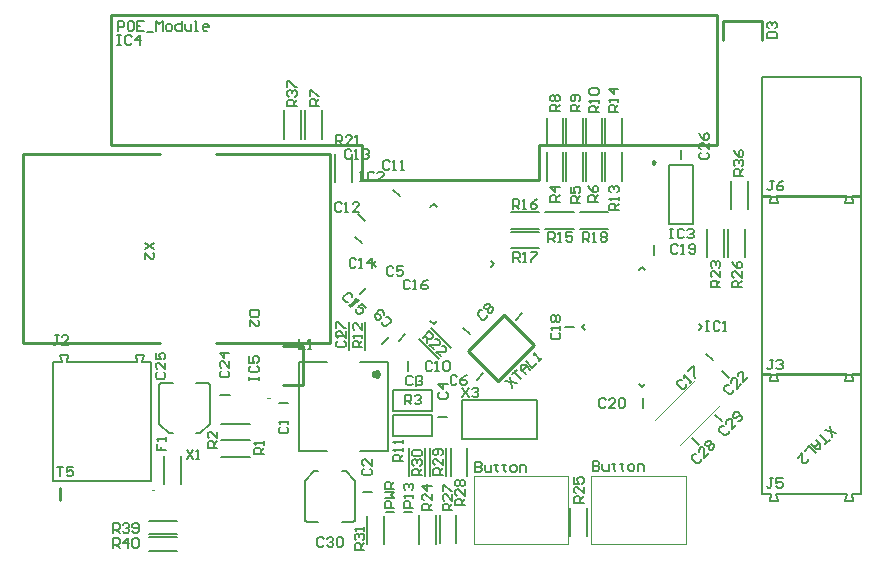
<source format=gto>
G04*
G04 #@! TF.GenerationSoftware,Altium Limited,Altium Designer,19.1.8 (144)*
G04*
G04 Layer_Color=65535*
%FSLAX25Y25*%
%MOIN*%
G70*
G01*
G75*
%ADD10C,0.00000*%
%ADD11C,0.00591*%
%ADD12C,0.00984*%
%ADD13C,0.01575*%
%ADD14C,0.00787*%
%ADD15C,0.00600*%
%ADD16C,0.01000*%
%ADD17C,0.00394*%
%ADD18C,0.00800*%
D10*
X36825Y21728D02*
X36038D01*
X36825D01*
X75421Y52469D02*
X74634D01*
X75421D01*
D11*
X102980Y11035D02*
X103676Y11324D01*
X103965Y12020D01*
X87035Y12020D02*
X87324Y11324D01*
X88020Y11035D01*
X55465Y56480D02*
X55176Y57176D01*
X54480Y57465D01*
X39520Y57465D02*
X38824Y57176D01*
X38535Y56480D01*
X103965Y12020D02*
Y24815D01*
X99358Y11035D02*
X102980D01*
X99358Y27965D02*
X100815D01*
Y27965D02*
X103965Y24815D01*
X87035Y24815D02*
X90185Y27965D01*
Y27965D02*
X91642D01*
X88020Y11035D02*
X91642D01*
X87035Y12020D02*
Y24815D01*
X55465Y43685D02*
Y56480D01*
X50858Y57465D02*
X54480D01*
X50858Y40535D02*
X52315D01*
Y40535D02*
X55465Y43685D01*
X38535Y43685D02*
X41685Y40535D01*
Y40535D02*
X43142D01*
X39520Y57465D02*
X43142D01*
X38535Y43685D02*
Y56480D01*
D12*
X203740Y130847D02*
X203002Y131273D01*
Y130420D01*
X203740Y130847D01*
D13*
X111614Y60327D02*
X111070Y61076D01*
X110190Y60790D01*
Y59864D01*
X111070Y59578D01*
X111614Y60327D01*
D14*
X239661Y20472D02*
Y59842D01*
X272339Y20472D02*
Y59842D01*
X239661D02*
X272339D01*
X242122Y18110D02*
X244681D01*
X244189Y20472D02*
X244681Y18110D01*
X242122D02*
X242614Y20472D01*
X239661D02*
X242614D01*
X267319Y18110D02*
X269878D01*
X269386Y20472D02*
X269878Y18110D01*
X267319D02*
X267811Y20472D01*
X269386D02*
X272339D01*
X244189D02*
X267811D01*
X244189Y119815D02*
X267811D01*
X269386D02*
X272339D01*
X267319Y117453D02*
X267811Y119815D01*
X269386D02*
X269878Y117453D01*
X267319D02*
X269878D01*
X239661Y119815D02*
X242614D01*
X242122Y117453D02*
X242614Y119815D01*
X244189D02*
X244681Y117453D01*
X242122D02*
X244681D01*
X239661Y159185D02*
X272339D01*
Y119815D02*
Y159185D01*
X239661Y119815D02*
Y159185D01*
Y60287D02*
Y119343D01*
X272339Y60287D02*
Y119343D01*
X239661D02*
X272339D01*
X242122Y57925D02*
X244681D01*
X244189Y60287D02*
X244681Y57925D01*
X242122D02*
X242614Y60287D01*
X239661D02*
X242614D01*
X267319Y57925D02*
X269878D01*
X269386Y60287D02*
X269878Y57925D01*
X267319D02*
X267811Y60287D01*
X269386D02*
X272339D01*
X244189D02*
X267811D01*
X208563Y110158D02*
Y129842D01*
X216437Y110158D02*
Y129842D01*
X208563D02*
X216437D01*
X208563Y110158D02*
X216437D01*
X114319Y14405D02*
X116681D01*
X120319D02*
X122681D01*
X139500Y38500D02*
Y51500D01*
Y38500D02*
X164500D01*
X139500Y51500D02*
X164500D01*
Y38500D02*
Y51500D01*
X85236Y34736D02*
Y64264D01*
X114764Y34736D02*
Y64264D01*
X85236D02*
X94488D01*
X85236Y34736D02*
X94488D01*
X105512D02*
X114764D01*
X105512Y64264D02*
X114764D01*
X35839Y24815D02*
Y64185D01*
X3161Y24815D02*
Y64185D01*
Y24815D02*
X35839D01*
X30819Y66547D02*
X33378D01*
X30819D02*
X31311Y64185D01*
X32886D02*
X33378Y66547D01*
X32886Y64185D02*
X35839D01*
X5622Y66547D02*
X8181D01*
X5622D02*
X6114Y64185D01*
X7689D02*
X8181Y66547D01*
X3161Y64185D02*
X6114D01*
X7689D02*
X31311D01*
D15*
X132144Y3876D02*
Y13324D01*
X137656Y3876D02*
Y13324D01*
X130756Y3776D02*
Y13224D01*
X125244Y3776D02*
Y13224D01*
X35076Y1444D02*
X44524D01*
X35076Y6956D02*
X44524D01*
X35076Y5944D02*
X44524D01*
X35076Y11456D02*
X44524D01*
X45756Y23676D02*
Y33124D01*
X40244Y23676D02*
Y33124D01*
X59276Y38244D02*
X68724D01*
X59276Y43756D02*
X68724D01*
X59276Y32744D02*
X68724D01*
X59276Y38256D02*
X68724D01*
X78425Y50499D02*
X81575D01*
X58925Y53448D02*
X62075D01*
X221244Y99276D02*
Y108724D01*
X226756Y99276D02*
Y108724D01*
X228244Y99276D02*
Y108724D01*
X233756Y99276D02*
Y108724D01*
X203400Y100025D02*
Y103175D01*
X87244Y138776D02*
Y148224D01*
X92756Y138776D02*
Y148224D01*
X80244Y138776D02*
Y148224D01*
X85756Y138776D02*
Y148224D01*
X181156Y6176D02*
Y15624D01*
X175644Y6176D02*
Y15624D01*
X199748Y49025D02*
Y52175D01*
X226186Y61313D02*
X228413Y59086D01*
X173725Y76049D02*
X176875D01*
X229244Y115276D02*
Y124724D01*
X234756Y115276D02*
Y124724D01*
X212501Y131925D02*
Y135075D01*
X173256Y136376D02*
Y145824D01*
X167744Y136376D02*
Y145824D01*
X179756Y136276D02*
Y145724D01*
X174244Y136276D02*
Y145724D01*
X186256Y136276D02*
Y145724D01*
X180744Y136276D02*
Y145724D01*
X155776Y114256D02*
X165224D01*
X155776Y108744D02*
X165224D01*
X167276D02*
X176724D01*
X167276Y114256D02*
X176724Y114256D01*
X186256Y124724D02*
Y134173D01*
X180744Y124724D02*
Y134173D01*
X179756Y124724D02*
Y134173D01*
X174244Y124724D02*
Y134173D01*
X173256Y124776D02*
Y134224D01*
X167744Y124776D02*
Y134224D01*
X220986Y67113D02*
X223213Y64886D01*
X198439Y56979D02*
X199500Y55918D01*
X179418Y76000D02*
X180479Y77061D01*
X199500Y96082D02*
X200561Y95021D01*
X218521Y77061D02*
X219582Y76000D01*
X198439Y95021D02*
X199500Y96082D01*
X179418Y76000D02*
X180479Y74939D01*
X199500Y55918D02*
X200561Y56979D01*
X218521Y74939D02*
X219582Y76000D01*
X139987Y75814D02*
X142214Y73587D01*
X106425Y21001D02*
X109575D01*
X113456Y3524D02*
Y12973D01*
X107944Y3524D02*
Y12973D01*
X121744Y26276D02*
Y35724D01*
X127256Y26276D02*
Y35724D01*
X128744Y26276D02*
Y35724D01*
X134256Y26276D02*
Y35724D01*
X135744Y26327D02*
Y35776D01*
X141256Y26327D02*
Y35776D01*
X216129Y38956D02*
X218356Y36729D01*
X223986Y46813D02*
X226213Y44586D01*
X116544Y121771D02*
X118771Y119544D01*
X105387Y86886D02*
X107614Y89113D01*
X97244Y124327D02*
Y133776D01*
X102756Y124327D02*
Y133776D01*
X130000Y117082D02*
X131061Y116021D01*
X149021Y95939D02*
X150082Y97000D01*
X128939Y77979D02*
X130000Y76918D01*
X109918Y97000D02*
X110979Y95939D01*
X130000Y76918D02*
X131061Y77979D01*
X149021Y98061D02*
X150082Y97000D01*
X128939Y116021D02*
X130000Y117082D01*
X109918Y97000D02*
X110979Y98061D01*
X124001Y56425D02*
Y59575D01*
X187244Y136376D02*
Y145824D01*
X192756Y136376D02*
Y145824D01*
Y134224D02*
X192756Y124776D01*
X187244Y134224D02*
X187244Y124776D01*
X178776Y108744D02*
X188224D01*
X178776Y114256D02*
X188224D01*
X155776Y102244D02*
X165224D01*
X155776Y107756D02*
X165224D01*
X103887Y106114D02*
X106114Y103887D01*
X107256Y68276D02*
Y77724D01*
X101744Y68276D02*
Y77724D01*
X97425Y73001D02*
X100575D01*
X102887Y82886D02*
X105114Y85113D01*
X118386Y71387D02*
X120613Y73614D01*
X112886Y70387D02*
X115113Y72614D01*
X144386Y58387D02*
X146613Y60614D01*
X157387Y78386D02*
X159614Y80613D01*
X131425Y46000D02*
X134575D01*
X121500Y61425D02*
Y64575D01*
X129108Y75789D02*
X135789Y69108D01*
X125211Y71892D02*
X131892Y65211D01*
X104887Y113614D02*
X107114Y111387D01*
X24800Y174800D02*
Y177999D01*
X26399D01*
X26933Y177466D01*
Y176400D01*
X26399Y175866D01*
X24800D01*
X29599Y177999D02*
X28532D01*
X27999Y177466D01*
Y175333D01*
X28532Y174800D01*
X29599D01*
X30132Y175333D01*
Y177466D01*
X29599Y177999D01*
X33331D02*
X31198D01*
Y174800D01*
X33331D01*
X31198Y176400D02*
X32264D01*
X34397Y174267D02*
X36530D01*
X37596Y174800D02*
Y177999D01*
X38662Y176933D01*
X39729Y177999D01*
Y174800D01*
X41328D02*
X42394D01*
X42928Y175333D01*
Y176400D01*
X42394Y176933D01*
X41328D01*
X40795Y176400D01*
Y175333D01*
X41328Y174800D01*
X46126Y177999D02*
Y174800D01*
X44527D01*
X43994Y175333D01*
Y176400D01*
X44527Y176933D01*
X46126D01*
X47193D02*
Y175333D01*
X47726Y174800D01*
X49325D01*
Y176933D01*
X50392Y174800D02*
X51458D01*
X50925D01*
Y177999D01*
X50392D01*
X54657Y174800D02*
X53591D01*
X53058Y175333D01*
Y176400D01*
X53591Y176933D01*
X54657D01*
X55190Y176400D01*
Y175866D01*
X53058D01*
X4500Y29399D02*
X6633D01*
X5566D01*
Y26200D01*
X9832Y29399D02*
X7699D01*
Y27799D01*
X8765Y28333D01*
X9298D01*
X9832Y27799D01*
Y26733D01*
X9298Y26200D01*
X8232D01*
X7699Y26733D01*
X23200Y2300D02*
Y5499D01*
X24800D01*
X25333Y4966D01*
Y3900D01*
X24800Y3366D01*
X23200D01*
X24266D02*
X25333Y2300D01*
X27999D02*
Y5499D01*
X26399Y3900D01*
X28532D01*
X29598Y4966D02*
X30131Y5499D01*
X31197D01*
X31731Y4966D01*
Y2833D01*
X31197Y2300D01*
X30131D01*
X29598Y2833D01*
Y4966D01*
X23200Y7300D02*
Y10499D01*
X24800D01*
X25333Y9966D01*
Y8900D01*
X24800Y8366D01*
X23200D01*
X24266D02*
X25333Y7300D01*
X26399Y9966D02*
X26932Y10499D01*
X27999D01*
X28532Y9966D01*
Y9433D01*
X27999Y8900D01*
X27465D01*
X27999D01*
X28532Y8366D01*
Y7833D01*
X27999Y7300D01*
X26932D01*
X26399Y7833D01*
X29598D02*
X30131Y7300D01*
X31197D01*
X31731Y7833D01*
Y9966D01*
X31197Y10499D01*
X30131D01*
X29598Y9966D01*
Y9433D01*
X30131Y8900D01*
X31731D01*
X24600Y173299D02*
X25666D01*
X25133D01*
Y170100D01*
X24600D01*
X25666D01*
X29398Y172766D02*
X28865Y173299D01*
X27799D01*
X27266Y172766D01*
Y170633D01*
X27799Y170100D01*
X28865D01*
X29398Y170633D01*
X32064Y170100D02*
Y173299D01*
X30465Y171700D01*
X32597D01*
X220700Y77899D02*
X221766D01*
X221233D01*
Y74700D01*
X220700D01*
X221766D01*
X225498Y77366D02*
X224965Y77899D01*
X223899D01*
X223366Y77366D01*
Y75233D01*
X223899Y74700D01*
X224965D01*
X225498Y75233D01*
X226565Y74700D02*
X227631D01*
X227098D01*
Y77899D01*
X226565Y77366D01*
X143900Y30899D02*
Y27700D01*
X145500D01*
X146033Y28233D01*
Y28766D01*
X145500Y29300D01*
X143900D01*
X145500D01*
X146033Y29833D01*
Y30366D01*
X145500Y30899D01*
X143900D01*
X147099Y29833D02*
Y28233D01*
X147632Y27700D01*
X149232D01*
Y29833D01*
X150831Y30366D02*
Y29833D01*
X150298D01*
X151364D01*
X150831D01*
Y28233D01*
X151364Y27700D01*
X153497Y30366D02*
Y29833D01*
X152964D01*
X154030D01*
X153497D01*
Y28233D01*
X154030Y27700D01*
X156163D02*
X157229D01*
X157762Y28233D01*
Y29300D01*
X157229Y29833D01*
X156163D01*
X155630Y29300D01*
Y28233D01*
X156163Y27700D01*
X158828D02*
Y29833D01*
X160428D01*
X160961Y29300D01*
Y27700D01*
X183100Y31299D02*
Y28100D01*
X184699D01*
X185233Y28633D01*
Y29166D01*
X184699Y29700D01*
X183100D01*
X184699D01*
X185233Y30233D01*
Y30766D01*
X184699Y31299D01*
X183100D01*
X186299Y30233D02*
Y28633D01*
X186832Y28100D01*
X188432D01*
Y30233D01*
X190031Y30766D02*
Y30233D01*
X189498D01*
X190564D01*
X190031D01*
Y28633D01*
X190564Y28100D01*
X192697Y30766D02*
Y30233D01*
X192164D01*
X193230D01*
X192697D01*
Y28633D01*
X193230Y28100D01*
X195363D02*
X196429D01*
X196962Y28633D01*
Y29700D01*
X196429Y30233D01*
X195363D01*
X194829Y29700D01*
Y28633D01*
X195363Y28100D01*
X198029D02*
Y30233D01*
X199628D01*
X200161Y29700D01*
Y28100D01*
X243233Y65099D02*
X242166D01*
X242700D01*
Y62433D01*
X242166Y61900D01*
X241633D01*
X241100Y62433D01*
X244299Y64566D02*
X244832Y65099D01*
X245899D01*
X246432Y64566D01*
Y64033D01*
X245899Y63499D01*
X245365D01*
X245899D01*
X246432Y62966D01*
Y62433D01*
X245899Y61900D01*
X244832D01*
X244299Y62433D01*
X93433Y5366D02*
X92900Y5899D01*
X91833D01*
X91300Y5366D01*
Y3233D01*
X91833Y2700D01*
X92900D01*
X93433Y3233D01*
X94499Y5366D02*
X95032Y5899D01*
X96099D01*
X96632Y5366D01*
Y4833D01*
X96099Y4299D01*
X95565D01*
X96099D01*
X96632Y3766D01*
Y3233D01*
X96099Y2700D01*
X95032D01*
X94499Y3233D01*
X97698Y5366D02*
X98231Y5899D01*
X99297D01*
X99831Y5366D01*
Y3233D01*
X99297Y2700D01*
X98231D01*
X97698Y3233D01*
Y5366D01*
X106734Y28733D02*
X106201Y28199D01*
Y27133D01*
X106734Y26600D01*
X108867D01*
X109400Y27133D01*
Y28199D01*
X108867Y28733D01*
X109400Y31932D02*
Y29799D01*
X107267Y31932D01*
X106734D01*
X106201Y31398D01*
Y30332D01*
X106734Y29799D01*
X47700Y35099D02*
X49833Y31900D01*
Y35099D02*
X47700Y31900D01*
X50899D02*
X51965D01*
X51432D01*
Y35099D01*
X50899Y34566D01*
X78934Y42633D02*
X78401Y42099D01*
Y41033D01*
X78934Y40500D01*
X81067D01*
X81600Y41033D01*
Y42099D01*
X81067Y42633D01*
X81600Y43699D02*
Y44765D01*
Y44232D01*
X78401D01*
X78934Y43699D01*
X123033Y59166D02*
X122500Y59699D01*
X121433D01*
X120900Y59166D01*
Y57033D01*
X121433Y56500D01*
X122500D01*
X123033Y57033D01*
X124099Y59166D02*
X124632Y59699D01*
X125698D01*
X126232Y59166D01*
Y58633D01*
X125698Y58100D01*
X125165D01*
X125698D01*
X126232Y57566D01*
Y57033D01*
X125698Y56500D01*
X124632D01*
X124099Y57033D01*
X132034Y54233D02*
X131501Y53699D01*
Y52633D01*
X132034Y52100D01*
X134167D01*
X134700Y52633D01*
Y53699D01*
X134167Y54233D01*
X134700Y56898D02*
X131501D01*
X133100Y55299D01*
Y57432D01*
X116633Y95666D02*
X116100Y96199D01*
X115033D01*
X114500Y95666D01*
Y93533D01*
X115033Y93000D01*
X116100D01*
X116633Y93533D01*
X119832Y96199D02*
X117699D01*
Y94599D01*
X118765Y95133D01*
X119299D01*
X119832Y94599D01*
Y93533D01*
X119299Y93000D01*
X118232D01*
X117699Y93533D01*
X137833Y59466D02*
X137300Y59999D01*
X136233D01*
X135700Y59466D01*
Y57333D01*
X136233Y56800D01*
X137300D01*
X137833Y57333D01*
X141032Y59999D02*
X139965Y59466D01*
X138899Y58399D01*
Y57333D01*
X139432Y56800D01*
X140498D01*
X141032Y57333D01*
Y57866D01*
X140498Y58399D01*
X138899D01*
X146223Y81493D02*
X145469Y81493D01*
X144715Y80739D01*
Y79985D01*
X146223Y78477D01*
X146977D01*
X147731Y79231D01*
Y79985D01*
X146977Y82247D02*
X146977Y83001D01*
X147731Y83755D01*
X148485Y83755D01*
X148862Y83378D01*
Y82624D01*
X149616D01*
X149993Y82247D01*
Y81493D01*
X149239Y80739D01*
X148485D01*
X148108Y81116D01*
Y81870D01*
X147354D01*
X146977Y82247D01*
X148108Y81870D02*
X148862Y82624D01*
X112707Y77723D02*
X112707Y76969D01*
X113461Y76215D01*
X114215D01*
X115723Y77723D01*
Y78477D01*
X114969Y79231D01*
X114215D01*
X113461Y79985D02*
Y80739D01*
X112707Y81493D01*
X111953D01*
X110445Y79985D01*
X110445Y79231D01*
X111199Y78477D01*
X111953Y78477D01*
X112330Y78854D01*
Y79608D01*
X111199Y80739D01*
X129533Y63966D02*
X128999Y64499D01*
X127933D01*
X127400Y63966D01*
Y61833D01*
X127933Y61300D01*
X128999D01*
X129533Y61833D01*
X130599Y61300D02*
X131665D01*
X131132D01*
Y64499D01*
X130599Y63966D01*
X133265D02*
X133798Y64499D01*
X134864D01*
X135397Y63966D01*
Y61833D01*
X134864Y61300D01*
X133798D01*
X133265Y61833D01*
Y63966D01*
X115333Y130966D02*
X114799Y131499D01*
X113733D01*
X113200Y130966D01*
Y128833D01*
X113733Y128300D01*
X114799D01*
X115333Y128833D01*
X116399Y128300D02*
X117465D01*
X116932D01*
Y131499D01*
X116399Y130966D01*
X119065Y128300D02*
X120131D01*
X119598D01*
Y131499D01*
X119065Y130966D01*
X99333Y117066D02*
X98800Y117599D01*
X97733D01*
X97200Y117066D01*
Y114933D01*
X97733Y114400D01*
X98800D01*
X99333Y114933D01*
X100399Y114400D02*
X101465D01*
X100932D01*
Y117599D01*
X100399Y117066D01*
X105197Y114400D02*
X103065D01*
X105197Y116533D01*
Y117066D01*
X104664Y117599D01*
X103598D01*
X103065Y117066D01*
X102633Y134666D02*
X102100Y135199D01*
X101033D01*
X100500Y134666D01*
Y132533D01*
X101033Y132000D01*
X102100D01*
X102633Y132533D01*
X103699Y132000D02*
X104765D01*
X104232D01*
Y135199D01*
X103699Y134666D01*
X106365D02*
X106898Y135199D01*
X107964D01*
X108497Y134666D01*
Y134133D01*
X107964Y133599D01*
X107431D01*
X107964D01*
X108497Y133066D01*
Y132533D01*
X107964Y132000D01*
X106898D01*
X106365Y132533D01*
X104133Y98366D02*
X103600Y98899D01*
X102533D01*
X102000Y98366D01*
Y96233D01*
X102533Y95700D01*
X103600D01*
X104133Y96233D01*
X105199Y95700D02*
X106265D01*
X105732D01*
Y98899D01*
X105199Y98366D01*
X109464Y95700D02*
Y98899D01*
X107865Y97299D01*
X109997D01*
X102993Y85977D02*
X102993Y86731D01*
X102239Y87485D01*
X101485D01*
X99977Y85977D01*
Y85223D01*
X100731Y84469D01*
X101485D01*
X101862Y83338D02*
X102616Y82584D01*
X102239Y82961D01*
X104501Y85223D01*
X103747Y85223D01*
X107517Y82207D02*
X106009Y83715D01*
X104878Y82584D01*
X106009Y82207D01*
X106386Y81830D01*
Y81076D01*
X105632Y80322D01*
X104878D01*
X104124Y81076D01*
Y81830D01*
X122133Y91166D02*
X121599Y91699D01*
X120533D01*
X120000Y91166D01*
Y89033D01*
X120533Y88500D01*
X121599D01*
X122133Y89033D01*
X123199Y88500D02*
X124265D01*
X123732D01*
Y91699D01*
X123199Y91166D01*
X127997Y91699D02*
X126931Y91166D01*
X125865Y90100D01*
Y89033D01*
X126398Y88500D01*
X127464D01*
X127997Y89033D01*
Y89566D01*
X127464Y90100D01*
X125865D01*
X212723Y58393D02*
X211969Y58393D01*
X211215Y57639D01*
Y56885D01*
X212723Y55377D01*
X213477D01*
X214231Y56131D01*
Y56885D01*
X215362Y57262D02*
X216116Y58016D01*
X215739Y57639D01*
X213477Y59901D01*
X213477Y59147D01*
X214985Y61409D02*
X216493Y62917D01*
X216870Y62540D01*
Y59524D01*
X217247Y59147D01*
X169634Y74033D02*
X169101Y73500D01*
Y72433D01*
X169634Y71900D01*
X171767D01*
X172300Y72433D01*
Y73500D01*
X171767Y74033D01*
X172300Y75099D02*
Y76165D01*
Y75632D01*
X169101D01*
X169634Y75099D01*
Y77765D02*
X169101Y78298D01*
Y79364D01*
X169634Y79897D01*
X170167D01*
X170701Y79364D01*
X171234Y79897D01*
X171767D01*
X172300Y79364D01*
Y78298D01*
X171767Y77765D01*
X171234D01*
X170701Y78298D01*
X170167Y77765D01*
X169634D01*
X170701Y78298D02*
Y79364D01*
X211433Y102966D02*
X210899Y103499D01*
X209833D01*
X209300Y102966D01*
Y100833D01*
X209833Y100300D01*
X210899D01*
X211433Y100833D01*
X212499Y100300D02*
X213565D01*
X213032D01*
Y103499D01*
X212499Y102966D01*
X215165Y100833D02*
X215698Y100300D01*
X216764D01*
X217297Y100833D01*
Y102966D01*
X216764Y103499D01*
X215698D01*
X215165Y102966D01*
Y102433D01*
X215698Y101900D01*
X217297D01*
X187433Y51666D02*
X186899Y52199D01*
X185833D01*
X185300Y51666D01*
Y49533D01*
X185833Y49000D01*
X186899D01*
X187433Y49533D01*
X190632Y49000D02*
X188499D01*
X190632Y51133D01*
Y51666D01*
X190099Y52199D01*
X189032D01*
X188499Y51666D01*
X191698D02*
X192231Y52199D01*
X193297D01*
X193831Y51666D01*
Y49533D01*
X193297Y49000D01*
X192231D01*
X191698Y49533D01*
Y51666D01*
X228423Y56593D02*
X227669Y56593D01*
X226915Y55839D01*
Y55085D01*
X228423Y53577D01*
X229177D01*
X229931Y54331D01*
Y55085D01*
X232570Y56970D02*
X231062Y55462D01*
Y58478D01*
X230685Y58855D01*
X229931Y58855D01*
X229177Y58101D01*
X229177Y57347D01*
X234832Y59232D02*
X233324Y57724D01*
Y60740D01*
X232947Y61117D01*
X232193D01*
X231439Y60363D01*
X231439Y59609D01*
X139600Y55799D02*
X141733Y52600D01*
Y55799D02*
X139600Y52600D01*
X142799Y55266D02*
X143332Y55799D01*
X144398D01*
X144932Y55266D01*
Y54733D01*
X144398Y54199D01*
X143865D01*
X144398D01*
X144932Y53666D01*
Y53133D01*
X144398Y52600D01*
X143332D01*
X142799Y53133D01*
X59234Y61333D02*
X58701Y60799D01*
Y59733D01*
X59234Y59200D01*
X61367D01*
X61900Y59733D01*
Y60799D01*
X61367Y61333D01*
X61900Y64532D02*
Y62399D01*
X59767Y64532D01*
X59234D01*
X58701Y63999D01*
Y62932D01*
X59234Y62399D01*
X61900Y67197D02*
X58701D01*
X60300Y65598D01*
Y67731D01*
X68601Y58200D02*
Y59266D01*
Y58733D01*
X71800D01*
Y58200D01*
Y59266D01*
X69134Y62998D02*
X68601Y62465D01*
Y61399D01*
X69134Y60866D01*
X71267D01*
X71800Y61399D01*
Y62465D01*
X71267Y62998D01*
X68601Y66197D02*
Y64065D01*
X70201D01*
X69667Y65131D01*
Y65664D01*
X70201Y66197D01*
X71267D01*
X71800Y65664D01*
Y64598D01*
X71267Y64065D01*
X105400Y127699D02*
X106466D01*
X105933D01*
Y124500D01*
X105400D01*
X106466D01*
X110198Y127166D02*
X109665Y127699D01*
X108599D01*
X108066Y127166D01*
Y125033D01*
X108599Y124500D01*
X109665D01*
X110198Y125033D01*
X113397Y124500D02*
X111265D01*
X113397Y126633D01*
Y127166D01*
X112864Y127699D01*
X111798D01*
X111265Y127166D01*
X208700Y108699D02*
X209766D01*
X209233D01*
Y105500D01*
X208700D01*
X209766D01*
X213498Y108166D02*
X212965Y108699D01*
X211899D01*
X211366Y108166D01*
Y106033D01*
X211899Y105500D01*
X212965D01*
X213498Y106033D01*
X214565Y108166D02*
X215098Y108699D01*
X216164D01*
X216697Y108166D01*
Y107633D01*
X216164Y107099D01*
X215631D01*
X216164D01*
X216697Y106566D01*
Y106033D01*
X216164Y105500D01*
X215098D01*
X214565Y106033D01*
X123300Y15800D02*
X120101D01*
Y17400D01*
X120634Y17933D01*
X121701D01*
X122234Y17400D01*
Y15800D01*
X123300Y18999D02*
Y20065D01*
Y19532D01*
X120101D01*
X120634Y18999D01*
Y21665D02*
X120101Y22198D01*
Y23264D01*
X120634Y23797D01*
X121167D01*
X121701Y23264D01*
Y22731D01*
Y23264D01*
X122234Y23797D01*
X122767D01*
X123300Y23264D01*
Y22198D01*
X122767Y21665D01*
X116950Y15750D02*
X113751D01*
Y17349D01*
X114284Y17883D01*
X115350D01*
X115884Y17349D01*
Y15750D01*
X113751Y18949D02*
X116950D01*
X115884Y20015D01*
X116950Y21082D01*
X113751D01*
X116950Y22148D02*
X113751D01*
Y23747D01*
X114284Y24281D01*
X115350D01*
X115884Y23747D01*
Y22148D01*
Y23214D02*
X116950Y24281D01*
X73500Y33600D02*
X70301D01*
Y35199D01*
X70834Y35733D01*
X71900D01*
X72434Y35199D01*
Y33600D01*
Y34666D02*
X73500Y35733D01*
Y36799D02*
Y37865D01*
Y37332D01*
X70301D01*
X70834Y36799D01*
X57900Y35700D02*
X54701D01*
Y37299D01*
X55234Y37833D01*
X56300D01*
X56834Y37299D01*
Y35700D01*
Y36766D02*
X57900Y37833D01*
Y41032D02*
Y38899D01*
X55767Y41032D01*
X55234D01*
X54701Y40499D01*
Y39432D01*
X55234Y38899D01*
X120500Y50200D02*
Y53399D01*
X122099D01*
X122633Y52866D01*
Y51799D01*
X122099Y51266D01*
X120500D01*
X121566D02*
X122633Y50200D01*
X123699Y52866D02*
X124232Y53399D01*
X125299D01*
X125832Y52866D01*
Y52333D01*
X125299Y51799D01*
X124765D01*
X125299D01*
X125832Y51266D01*
Y50733D01*
X125299Y50200D01*
X124232D01*
X123699Y50733D01*
X172000Y117800D02*
X168801D01*
Y119399D01*
X169334Y119933D01*
X170401D01*
X170934Y119399D01*
Y117800D01*
Y118866D02*
X172000Y119933D01*
Y122599D02*
X168801D01*
X170401Y120999D01*
Y123132D01*
X178900Y117400D02*
X175701D01*
Y119000D01*
X176234Y119533D01*
X177301D01*
X177834Y119000D01*
Y117400D01*
Y118466D02*
X178900Y119533D01*
X175701Y122732D02*
Y120599D01*
X177301D01*
X176767Y121665D01*
Y122198D01*
X177301Y122732D01*
X178367D01*
X178900Y122198D01*
Y121132D01*
X178367Y120599D01*
X184800Y117700D02*
X181601D01*
Y119299D01*
X182134Y119833D01*
X183201D01*
X183734Y119299D01*
Y117700D01*
Y118766D02*
X184800Y119833D01*
X181601Y123032D02*
X182134Y121965D01*
X183201Y120899D01*
X184267D01*
X184800Y121432D01*
Y122499D01*
X184267Y123032D01*
X183734D01*
X183201Y122499D01*
Y120899D01*
X91900Y149800D02*
X88701D01*
Y151400D01*
X89234Y151933D01*
X90301D01*
X90834Y151400D01*
Y149800D01*
Y150866D02*
X91900Y151933D01*
X88701Y152999D02*
Y155132D01*
X89234D01*
X91367Y152999D01*
X91900D01*
X172000Y148000D02*
X168801D01*
Y149600D01*
X169334Y150133D01*
X170401D01*
X170934Y149600D01*
Y148000D01*
Y149066D02*
X172000Y150133D01*
X169334Y151199D02*
X168801Y151732D01*
Y152798D01*
X169334Y153332D01*
X169867D01*
X170401Y152798D01*
X170934Y153332D01*
X171467D01*
X172000Y152798D01*
Y151732D01*
X171467Y151199D01*
X170934D01*
X170401Y151732D01*
X169867Y151199D01*
X169334D01*
X170401Y151732D02*
Y152798D01*
X178900Y148000D02*
X175701D01*
Y149600D01*
X176234Y150133D01*
X177301D01*
X177834Y149600D01*
Y148000D01*
Y149066D02*
X178900Y150133D01*
X178367Y151199D02*
X178900Y151732D01*
Y152798D01*
X178367Y153332D01*
X176234D01*
X175701Y152798D01*
Y151732D01*
X176234Y151199D01*
X176767D01*
X177301Y151732D01*
Y153332D01*
X185100Y147500D02*
X181901D01*
Y149100D01*
X182434Y149633D01*
X183501D01*
X184034Y149100D01*
Y147500D01*
Y148566D02*
X185100Y149633D01*
Y150699D02*
Y151765D01*
Y151232D01*
X181901D01*
X182434Y150699D01*
Y153365D02*
X181901Y153898D01*
Y154964D01*
X182434Y155497D01*
X184567D01*
X185100Y154964D01*
Y153898D01*
X184567Y153365D01*
X182434D01*
X119800Y31300D02*
X116601D01*
Y32899D01*
X117134Y33433D01*
X118201D01*
X118734Y32899D01*
Y31300D01*
Y32366D02*
X119800Y33433D01*
Y34499D02*
Y35565D01*
Y35032D01*
X116601D01*
X117134Y34499D01*
X119800Y37165D02*
Y38231D01*
Y37698D01*
X116601D01*
X117134Y37165D01*
X106200Y69200D02*
X103001D01*
Y70799D01*
X103534Y71333D01*
X104601D01*
X105134Y70799D01*
Y69200D01*
Y70266D02*
X106200Y71333D01*
Y72399D02*
Y73465D01*
Y72932D01*
X103001D01*
X103534Y72399D01*
X106200Y77197D02*
Y75065D01*
X104067Y77197D01*
X103534D01*
X103001Y76664D01*
Y75598D01*
X103534Y75065D01*
X191700Y115000D02*
X188501D01*
Y116600D01*
X189034Y117133D01*
X190101D01*
X190634Y116600D01*
Y115000D01*
Y116066D02*
X191700Y117133D01*
Y118199D02*
Y119265D01*
Y118732D01*
X188501D01*
X189034Y118199D01*
Y120865D02*
X188501Y121398D01*
Y122464D01*
X189034Y122997D01*
X189567D01*
X190101Y122464D01*
Y121931D01*
Y122464D01*
X190634Y122997D01*
X191167D01*
X191700Y122464D01*
Y121398D01*
X191167Y120865D01*
X191600Y147800D02*
X188401D01*
Y149399D01*
X188934Y149933D01*
X190000D01*
X190534Y149399D01*
Y147800D01*
Y148866D02*
X191600Y149933D01*
Y150999D02*
Y152065D01*
Y151532D01*
X188401D01*
X188934Y150999D01*
X191600Y155264D02*
X188401D01*
X190000Y153665D01*
Y155797D01*
X168300Y104300D02*
Y107499D01*
X169899D01*
X170433Y106966D01*
Y105900D01*
X169899Y105366D01*
X168300D01*
X169366D02*
X170433Y104300D01*
X171499D02*
X172565D01*
X172032D01*
Y107499D01*
X171499Y106966D01*
X176297Y107499D02*
X174165D01*
Y105900D01*
X175231Y106433D01*
X175764D01*
X176297Y105900D01*
Y104833D01*
X175764Y104300D01*
X174698D01*
X174165Y104833D01*
X156500Y115400D02*
Y118599D01*
X158099D01*
X158633Y118066D01*
Y116999D01*
X158099Y116466D01*
X156500D01*
X157566D02*
X158633Y115400D01*
X159699D02*
X160765D01*
X160232D01*
Y118599D01*
X159699Y118066D01*
X164497Y118599D02*
X163431Y118066D01*
X162365Y116999D01*
Y115933D01*
X162898Y115400D01*
X163964D01*
X164497Y115933D01*
Y116466D01*
X163964Y116999D01*
X162365D01*
X156600Y97800D02*
Y100999D01*
X158200D01*
X158733Y100466D01*
Y99400D01*
X158200Y98866D01*
X156600D01*
X157666D02*
X158733Y97800D01*
X159799D02*
X160865D01*
X160332D01*
Y100999D01*
X159799Y100466D01*
X162465Y100999D02*
X164597D01*
Y100466D01*
X162465Y98333D01*
Y97800D01*
X179800Y104300D02*
Y107499D01*
X181400D01*
X181933Y106966D01*
Y105900D01*
X181400Y105366D01*
X179800D01*
X180866D02*
X181933Y104300D01*
X182999D02*
X184065D01*
X183532D01*
Y107499D01*
X182999Y106966D01*
X185665D02*
X186198Y107499D01*
X187264D01*
X187797Y106966D01*
Y106433D01*
X187264Y105900D01*
X187797Y105366D01*
Y104833D01*
X187264Y104300D01*
X186198D01*
X185665Y104833D01*
Y105366D01*
X186198Y105900D01*
X185665Y106433D01*
Y106966D01*
X186198Y105900D02*
X187264D01*
X97500Y136800D02*
Y139999D01*
X99099D01*
X99633Y139466D01*
Y138400D01*
X99099Y137866D01*
X97500D01*
X98566D02*
X99633Y136800D01*
X102832D02*
X100699D01*
X102832Y138933D01*
Y139466D01*
X102298Y139999D01*
X101232D01*
X100699Y139466D01*
X103898Y136800D02*
X104964D01*
X104431D01*
Y139999D01*
X103898Y139466D01*
X126400Y72300D02*
X128662Y74562D01*
X129793Y73431D01*
X129793Y72677D01*
X129039Y71923D01*
X128285D01*
X127154Y73054D01*
X127908Y72300D02*
Y70792D01*
X130170Y68530D02*
X128662Y70038D01*
X131678D01*
X132055Y70415D01*
X132055Y71169D01*
X131301Y71923D01*
X130547Y71923D01*
X132432Y66268D02*
X130924Y67776D01*
X133940D01*
X134317Y68153D01*
Y68907D01*
X133563Y69661D01*
X132809Y69661D01*
X225600Y89300D02*
X222401D01*
Y90899D01*
X222934Y91433D01*
X224001D01*
X224534Y90899D01*
Y89300D01*
Y90366D02*
X225600Y91433D01*
Y94632D02*
Y92499D01*
X223467Y94632D01*
X222934D01*
X222401Y94099D01*
Y93032D01*
X222934Y92499D01*
Y95698D02*
X222401Y96231D01*
Y97297D01*
X222934Y97831D01*
X223467D01*
X224001Y97297D01*
Y96764D01*
Y97297D01*
X224534Y97831D01*
X225067D01*
X225600Y97297D01*
Y96231D01*
X225067Y95698D01*
X129400Y15000D02*
X126201D01*
Y16600D01*
X126734Y17133D01*
X127801D01*
X128334Y16600D01*
Y15000D01*
Y16066D02*
X129400Y17133D01*
Y20332D02*
Y18199D01*
X127267Y20332D01*
X126734D01*
X126201Y19798D01*
Y18732D01*
X126734Y18199D01*
X129400Y22997D02*
X126201D01*
X127801Y21398D01*
Y23531D01*
X180000Y17400D02*
X176801D01*
Y19000D01*
X177334Y19533D01*
X178401D01*
X178934Y19000D01*
Y17400D01*
Y18466D02*
X180000Y19533D01*
Y22732D02*
Y20599D01*
X177867Y22732D01*
X177334D01*
X176801Y22198D01*
Y21132D01*
X177334Y20599D01*
X176801Y25931D02*
Y23798D01*
X178401D01*
X177867Y24864D01*
Y25397D01*
X178401Y25931D01*
X179467D01*
X180000Y25397D01*
Y24331D01*
X179467Y23798D01*
X232700Y89200D02*
X229501D01*
Y90799D01*
X230034Y91333D01*
X231101D01*
X231634Y90799D01*
Y89200D01*
Y90266D02*
X232700Y91333D01*
Y94532D02*
Y92399D01*
X230567Y94532D01*
X230034D01*
X229501Y93998D01*
Y92932D01*
X230034Y92399D01*
X229501Y97731D02*
X230034Y96664D01*
X231101Y95598D01*
X232167D01*
X232700Y96131D01*
Y97197D01*
X232167Y97731D01*
X231634D01*
X231101Y97197D01*
Y95598D01*
X136200Y14900D02*
X133001D01*
Y16499D01*
X133534Y17033D01*
X134600D01*
X135134Y16499D01*
Y14900D01*
Y15966D02*
X136200Y17033D01*
Y20232D02*
Y18099D01*
X134067Y20232D01*
X133534D01*
X133001Y19698D01*
Y18632D01*
X133534Y18099D01*
X133001Y21298D02*
Y23431D01*
X133534D01*
X135667Y21298D01*
X136200D01*
X140400Y16500D02*
X137201D01*
Y18100D01*
X137734Y18633D01*
X138801D01*
X139334Y18100D01*
Y16500D01*
Y17566D02*
X140400Y18633D01*
Y21832D02*
Y19699D01*
X138267Y21832D01*
X137734D01*
X137201Y21298D01*
Y20232D01*
X137734Y19699D01*
Y22898D02*
X137201Y23431D01*
Y24497D01*
X137734Y25031D01*
X138267D01*
X138801Y24497D01*
X139334Y25031D01*
X139867D01*
X140400Y24497D01*
Y23431D01*
X139867Y22898D01*
X139334D01*
X138801Y23431D01*
X138267Y22898D01*
X137734D01*
X138801Y23431D02*
Y24497D01*
X133100Y26800D02*
X129901D01*
Y28400D01*
X130434Y28933D01*
X131500D01*
X132034Y28400D01*
Y26800D01*
Y27866D02*
X133100Y28933D01*
Y32132D02*
Y29999D01*
X130967Y32132D01*
X130434D01*
X129901Y31598D01*
Y30532D01*
X130434Y29999D01*
X132567Y33198D02*
X133100Y33731D01*
Y34797D01*
X132567Y35331D01*
X130434D01*
X129901Y34797D01*
Y33731D01*
X130434Y33198D01*
X130967D01*
X131500Y33731D01*
Y35331D01*
X126100Y26500D02*
X122901D01*
Y28100D01*
X123434Y28633D01*
X124501D01*
X125034Y28100D01*
Y26500D01*
Y27566D02*
X126100Y28633D01*
X123434Y29699D02*
X122901Y30232D01*
Y31299D01*
X123434Y31832D01*
X123967D01*
X124501Y31299D01*
Y30765D01*
Y31299D01*
X125034Y31832D01*
X125567D01*
X126100Y31299D01*
Y30232D01*
X125567Y29699D01*
X123434Y32898D02*
X122901Y33431D01*
Y34497D01*
X123434Y35031D01*
X125567D01*
X126100Y34497D01*
Y33431D01*
X125567Y32898D01*
X123434D01*
X106900Y1700D02*
X103701D01*
Y3300D01*
X104234Y3833D01*
X105300D01*
X105834Y3300D01*
Y1700D01*
Y2766D02*
X106900Y3833D01*
X104234Y4899D02*
X103701Y5432D01*
Y6498D01*
X104234Y7032D01*
X104767D01*
X105300Y6498D01*
Y5965D01*
Y6498D01*
X105834Y7032D01*
X106367D01*
X106900Y6498D01*
Y5432D01*
X106367Y4899D01*
X106900Y8098D02*
Y9164D01*
Y8631D01*
X103701D01*
X104234Y8098D01*
X85000Y71899D02*
Y68700D01*
X87133D01*
X88199D02*
X89265D01*
X88732D01*
Y71899D01*
X88199Y71366D01*
X71947Y81500D02*
X68748D01*
Y79900D01*
X69281Y79367D01*
X71414D01*
X71947Y79900D01*
Y81500D01*
X68748Y76168D02*
Y78301D01*
X70881Y76168D01*
X71414D01*
X71947Y76701D01*
Y77768D01*
X71414Y78301D01*
X243133Y25499D02*
X242066D01*
X242600D01*
Y22833D01*
X242066Y22300D01*
X241533D01*
X241000Y22833D01*
X246332Y25499D02*
X244199D01*
Y23900D01*
X245265Y24433D01*
X245798D01*
X246332Y23900D01*
Y22833D01*
X245798Y22300D01*
X244732D01*
X244199Y22833D01*
X5033Y73199D02*
X3966D01*
X4499D01*
Y70533D01*
X3966Y70000D01*
X3433D01*
X2900Y70533D01*
X8232Y70000D02*
X6099D01*
X8232Y72133D01*
Y72666D01*
X7698Y73199D01*
X6632D01*
X6099Y72666D01*
X243333Y124699D02*
X242266D01*
X242799D01*
Y122033D01*
X242266Y121500D01*
X241733D01*
X241200Y122033D01*
X246532Y124699D02*
X245465Y124166D01*
X244399Y123100D01*
Y122033D01*
X244932Y121500D01*
X245999D01*
X246532Y122033D01*
Y122566D01*
X245999Y123100D01*
X244399D01*
X233300Y126400D02*
X230101D01*
Y127999D01*
X230634Y128533D01*
X231700D01*
X232234Y127999D01*
Y126400D01*
Y127466D02*
X233300Y128533D01*
X230634Y129599D02*
X230101Y130132D01*
Y131199D01*
X230634Y131732D01*
X231167D01*
X231700Y131199D01*
Y130665D01*
Y131199D01*
X232234Y131732D01*
X232767D01*
X233300Y131199D01*
Y130132D01*
X232767Y129599D01*
X230101Y134931D02*
X230634Y133864D01*
X231700Y132798D01*
X232767D01*
X233300Y133331D01*
Y134397D01*
X232767Y134931D01*
X232234D01*
X231700Y134397D01*
Y132798D01*
X37934Y60933D02*
X37401Y60400D01*
Y59333D01*
X37934Y58800D01*
X40067D01*
X40600Y59333D01*
Y60400D01*
X40067Y60933D01*
X40600Y64132D02*
Y61999D01*
X38467Y64132D01*
X37934D01*
X37401Y63599D01*
Y62532D01*
X37934Y61999D01*
X37401Y67331D02*
Y65198D01*
X39000D01*
X38467Y66264D01*
Y66797D01*
X39000Y67331D01*
X40067D01*
X40600Y66797D01*
Y65731D01*
X40067Y65198D01*
X219134Y134133D02*
X218601Y133599D01*
Y132533D01*
X219134Y132000D01*
X221267D01*
X221800Y132533D01*
Y133599D01*
X221267Y134133D01*
X221800Y137332D02*
Y135199D01*
X219667Y137332D01*
X219134D01*
X218601Y136799D01*
Y135732D01*
X219134Y135199D01*
X218601Y140531D02*
X219134Y139464D01*
X220200Y138398D01*
X221267D01*
X221800Y138931D01*
Y139997D01*
X221267Y140531D01*
X220734D01*
X220200Y139997D01*
Y138398D01*
X98134Y71333D02*
X97601Y70799D01*
Y69733D01*
X98134Y69200D01*
X100267D01*
X100800Y69733D01*
Y70799D01*
X100267Y71333D01*
X100800Y74532D02*
Y72399D01*
X98667Y74532D01*
X98134D01*
X97601Y73998D01*
Y72932D01*
X98134Y72399D01*
X97601Y75598D02*
Y77731D01*
X98134D01*
X100267Y75598D01*
X100800D01*
X217623Y33593D02*
X216869Y33593D01*
X216115Y32839D01*
Y32085D01*
X217623Y30577D01*
X218377D01*
X219131Y31331D01*
Y32085D01*
X221770Y33970D02*
X220262Y32462D01*
Y35478D01*
X219885Y35855D01*
X219131Y35855D01*
X218377Y35101D01*
X218377Y34347D01*
X220639Y36609D02*
X220639Y37363D01*
X221393Y38117D01*
X222147D01*
X222524Y37740D01*
Y36986D01*
X223278D01*
X223655Y36609D01*
Y35855D01*
X222901Y35101D01*
X222147D01*
X221770Y35478D01*
Y36232D01*
X221016D01*
X220639Y36609D01*
X221770Y36232D02*
X222524Y36986D01*
X226823Y42993D02*
X226069Y42993D01*
X225315Y42239D01*
Y41485D01*
X226823Y39977D01*
X227577D01*
X228331Y40731D01*
Y41485D01*
X230970Y43370D02*
X229462Y41862D01*
Y44878D01*
X229085Y45255D01*
X228331Y45255D01*
X227577Y44501D01*
X227577Y43747D01*
X231347Y44501D02*
X232101D01*
X232855Y45255D01*
Y46009D01*
X231347Y47517D01*
X230593D01*
X229839Y46763D01*
X229839Y46009D01*
X230216Y45632D01*
X230970D01*
X232101Y46763D01*
X241201Y172300D02*
X244400D01*
Y173899D01*
X243867Y174433D01*
X241734D01*
X241201Y173899D01*
Y172300D01*
X241734Y175499D02*
X241201Y176032D01*
Y177099D01*
X241734Y177632D01*
X242267D01*
X242800Y177099D01*
Y176565D01*
Y177099D01*
X243334Y177632D01*
X243867D01*
X244400Y177099D01*
Y176032D01*
X243867Y175499D01*
X37701Y37033D02*
Y34900D01*
X39301D01*
Y35966D01*
Y34900D01*
X40900D01*
Y38099D02*
Y39165D01*
Y38632D01*
X37701D01*
X38234Y38099D01*
X84500Y149600D02*
X81301D01*
Y151199D01*
X81834Y151733D01*
X82901D01*
X83434Y151199D01*
Y149600D01*
Y150666D02*
X84500Y151733D01*
X81834Y152799D02*
X81301Y153332D01*
Y154399D01*
X81834Y154932D01*
X82367D01*
X82901Y154399D01*
Y153865D01*
Y154399D01*
X83434Y154932D01*
X83967D01*
X84500Y154399D01*
Y153332D01*
X83967Y152799D01*
X81301Y155998D02*
Y158131D01*
X81834D01*
X83967Y155998D01*
X84500D01*
X153938Y57962D02*
X157708Y57208D01*
X155446Y59470D02*
X156200Y55700D01*
Y60224D02*
X157708Y61732D01*
X156954Y60978D01*
X159216Y58716D01*
X160724Y60224D02*
X159216Y61732D01*
Y63240D01*
X160724D01*
X162232Y61732D01*
X161101Y62863D01*
X159593Y61355D01*
X160724Y64748D02*
X162986Y62486D01*
X164494Y63994D01*
X165248Y64748D02*
X166002Y65502D01*
X165625Y65125D01*
X163363Y67387D01*
X163363Y66633D01*
X264262Y40738D02*
X260492Y41492D01*
X262754Y39230D02*
X262000Y43000D01*
Y38476D02*
X260492Y36968D01*
X261246Y37722D01*
X258984Y39984D01*
X257476Y38476D02*
X258984Y36968D01*
Y35460D01*
X257476D01*
X255968Y36968D01*
X257099Y35837D01*
X258607Y37345D01*
X257476Y33952D02*
X255214Y36214D01*
X253706Y34706D01*
X251444Y32444D02*
X252952Y33952D01*
Y30936D01*
X253329Y30559D01*
X254083Y30559D01*
X254837Y31313D01*
X254837Y32067D01*
X36899Y104000D02*
X33700Y101867D01*
X36899D02*
X33700Y104000D01*
Y98668D02*
Y100801D01*
X35833Y98668D01*
X36366D01*
X36899Y99202D01*
Y100268D01*
X36366Y100801D01*
D16*
X226500Y171500D02*
Y178000D01*
X239500Y171500D02*
Y178000D01*
X226500D02*
X239500D01*
X224350Y136689D02*
Y179996D01*
X22500Y148500D02*
Y179996D01*
Y136689D02*
X106240D01*
X22500Y179996D02*
X224350D01*
X22500Y136689D02*
Y148500D01*
X106240Y124878D02*
Y136689D01*
Y124878D02*
X165295D01*
Y136689D01*
X224350D01*
X-6953Y70504D02*
Y133496D01*
X-6996Y70504D02*
X38756D01*
X-6953Y133496D02*
X38756D01*
X95449Y70500D02*
Y133492D01*
X57653Y70504D02*
X95449D01*
X57653Y133496D02*
X95449D01*
X79874Y69500D02*
X86374D01*
X79874Y56500D02*
X86374D01*
Y69500D01*
X151597Y58029D02*
X163568Y70000D01*
X141575Y68051D02*
X151597Y58029D01*
X141575Y68051D02*
X153546Y80022D01*
X163568Y70000D01*
X5401Y18200D02*
Y22199D01*
D17*
X182541Y3740D02*
Y26378D01*
Y3740D02*
X214037D01*
Y26378D01*
X182541D02*
X214037D01*
X143441Y3763D02*
Y26401D01*
Y3763D02*
X174937D01*
Y26401D01*
X143441D02*
X174937D01*
X212183Y36598D02*
X225507Y49921D01*
X203698Y45083D02*
X217021Y58407D01*
D18*
X116500Y55000D02*
X129500D01*
X116500Y48000D02*
Y55000D01*
Y48000D02*
X129500D01*
Y55000D01*
X116500Y46500D02*
X129500D01*
X116500Y39500D02*
Y46500D01*
Y39500D02*
X129500D01*
Y46500D01*
M02*

</source>
